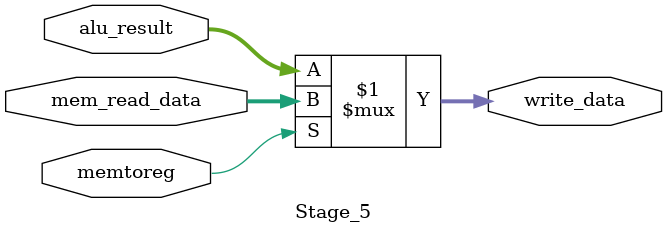
<source format=v>
`timescale 1ns / 1ps
module Stage_5(
    input                                               memtoreg    ,
    input           [31:0]                              mem_read_data   ,
    input           [31:0]                              alu_result  ,
    output          [31:0]                              write_data  
    );

    assign write_data = memtoreg ? mem_read_data : alu_result;

endmodule

</source>
